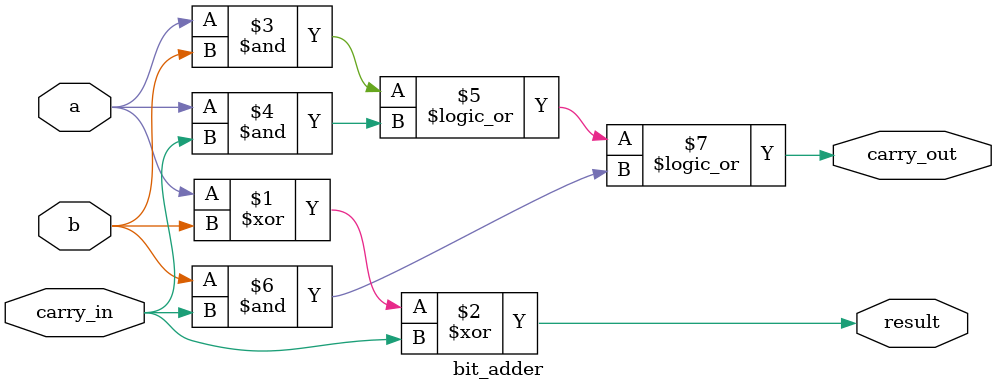
<source format=sv>
`default_nettype none

module bit_adder 
(
	input wire a,
	input wire b,
	input wire carry_in,
	output wire result,
	output wire carry_out
);

assign result = a ^ b ^ carry_in;
assign carry_out = (a & b) || (a & carry_in) || (b & carry_in);

endmodule


</source>
